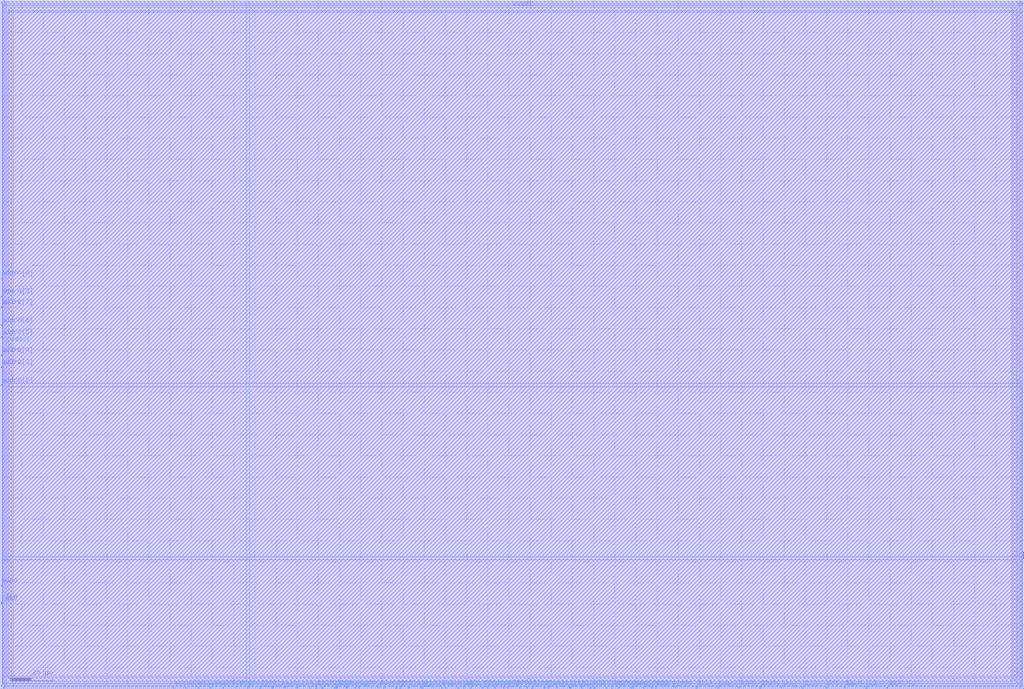
<source format=lef>
VERSION 5.4 ;
NAMESCASESENSITIVE ON ;
BUSBITCHARS "[]" ;
DIVIDERCHAR "/" ;
UNITS
  DATABASE MICRONS 1000 ;
END UNITS
MACRO sky130_sram_2kbyte_1rw_32x512_8
   CLASS BLOCK ;
   SIZE 483.265 BY 325.395 ;
   SYMMETRY X Y R90 ;
   PIN din0[0]
      DIRECTION INPUT ;
      PORT
         LAYER met4 ;
         RECT  116.54 0.0 116.92 0.38 ;
      END
   END din0[0]
   PIN din0[1]
      DIRECTION INPUT ;
      PORT
         LAYER met4 ;
         RECT  122.38 0.0 122.76 0.38 ;
      END
   END din0[1]
   PIN din0[2]
      DIRECTION INPUT ;
      PORT
         LAYER met4 ;
         RECT  128.22 0.0 128.6 0.38 ;
      END
   END din0[2]
   PIN din0[3]
      DIRECTION INPUT ;
      PORT
         LAYER met4 ;
         RECT  134.06 0.0 134.44 0.38 ;
      END
   END din0[3]
   PIN din0[4]
      DIRECTION INPUT ;
      PORT
         LAYER met4 ;
         RECT  139.9 0.0 140.28 0.38 ;
      END
   END din0[4]
   PIN din0[5]
      DIRECTION INPUT ;
      PORT
         LAYER met4 ;
         RECT  145.74 0.0 146.12 0.38 ;
      END
   END din0[5]
   PIN din0[6]
      DIRECTION INPUT ;
      PORT
         LAYER met4 ;
         RECT  151.58 0.0 151.96 0.38 ;
      END
   END din0[6]
   PIN din0[7]
      DIRECTION INPUT ;
      PORT
         LAYER met4 ;
         RECT  157.42 0.0 157.8 0.38 ;
      END
   END din0[7]
   PIN din0[8]
      DIRECTION INPUT ;
      PORT
         LAYER met4 ;
         RECT  163.26 0.0 163.64 0.38 ;
      END
   END din0[8]
   PIN din0[9]
      DIRECTION INPUT ;
      PORT
         LAYER met4 ;
         RECT  169.1 0.0 169.48 0.38 ;
      END
   END din0[9]
   PIN din0[10]
      DIRECTION INPUT ;
      PORT
         LAYER met4 ;
         RECT  174.94 0.0 175.32 0.38 ;
      END
   END din0[10]
   PIN din0[11]
      DIRECTION INPUT ;
      PORT
         LAYER met4 ;
         RECT  180.78 0.0 181.16 0.38 ;
      END
   END din0[11]
   PIN din0[12]
      DIRECTION INPUT ;
      PORT
         LAYER met4 ;
         RECT  186.62 0.0 187.0 0.38 ;
      END
   END din0[12]
   PIN din0[13]
      DIRECTION INPUT ;
      PORT
         LAYER met4 ;
         RECT  192.46 0.0 192.84 0.38 ;
      END
   END din0[13]
   PIN din0[14]
      DIRECTION INPUT ;
      PORT
         LAYER met4 ;
         RECT  198.3 0.0 198.68 0.38 ;
      END
   END din0[14]
   PIN din0[15]
      DIRECTION INPUT ;
      PORT
         LAYER met4 ;
         RECT  204.14 0.0 204.52 0.38 ;
      END
   END din0[15]
   PIN din0[16]
      DIRECTION INPUT ;
      PORT
         LAYER met4 ;
         RECT  209.98 0.0 210.36 0.38 ;
      END
   END din0[16]
   PIN din0[17]
      DIRECTION INPUT ;
      PORT
         LAYER met4 ;
         RECT  215.82 0.0 216.2 0.38 ;
      END
   END din0[17]
   PIN din0[18]
      DIRECTION INPUT ;
      PORT
         LAYER met4 ;
         RECT  221.66 0.0 222.04 0.38 ;
      END
   END din0[18]
   PIN din0[19]
      DIRECTION INPUT ;
      PORT
         LAYER met4 ;
         RECT  227.5 0.0 227.88 0.38 ;
      END
   END din0[19]
   PIN din0[20]
      DIRECTION INPUT ;
      PORT
         LAYER met4 ;
         RECT  233.34 0.0 233.72 0.38 ;
      END
   END din0[20]
   PIN din0[21]
      DIRECTION INPUT ;
      PORT
         LAYER met4 ;
         RECT  239.18 0.0 239.56 0.38 ;
      END
   END din0[21]
   PIN din0[22]
      DIRECTION INPUT ;
      PORT
         LAYER met4 ;
         RECT  245.02 0.0 245.4 0.38 ;
      END
   END din0[22]
   PIN din0[23]
      DIRECTION INPUT ;
      PORT
         LAYER met4 ;
         RECT  250.86 0.0 251.24 0.38 ;
      END
   END din0[23]
   PIN din0[24]
      DIRECTION INPUT ;
      PORT
         LAYER met4 ;
         RECT  256.7 0.0 257.08 0.38 ;
      END
   END din0[24]
   PIN din0[25]
      DIRECTION INPUT ;
      PORT
         LAYER met4 ;
         RECT  262.54 0.0 262.92 0.38 ;
      END
   END din0[25]
   PIN din0[26]
      DIRECTION INPUT ;
      PORT
         LAYER met4 ;
         RECT  268.38 0.0 268.76 0.38 ;
      END
   END din0[26]
   PIN din0[27]
      DIRECTION INPUT ;
      PORT
         LAYER met4 ;
         RECT  274.22 0.0 274.6 0.38 ;
      END
   END din0[27]
   PIN din0[28]
      DIRECTION INPUT ;
      PORT
         LAYER met4 ;
         RECT  280.06 0.0 280.44 0.38 ;
      END
   END din0[28]
   PIN din0[29]
      DIRECTION INPUT ;
      PORT
         LAYER met4 ;
         RECT  285.9 0.0 286.28 0.38 ;
      END
   END din0[29]
   PIN din0[30]
      DIRECTION INPUT ;
      PORT
         LAYER met4 ;
         RECT  291.74 0.0 292.12 0.38 ;
      END
   END din0[30]
   PIN din0[31]
      DIRECTION INPUT ;
      PORT
         LAYER met4 ;
         RECT  297.58 0.0 297.96 0.38 ;
      END
   END din0[31]
   PIN din0[32]
      DIRECTION INPUT ;
      PORT
         LAYER met4 ;
         RECT  303.42 0.0 303.8 0.38 ;
      END
   END din0[32]
   PIN addr0[0]
      DIRECTION INPUT ;
      PORT
         LAYER met4 ;
         RECT  81.5 0.0 81.88 0.38 ;
      END
   END addr0[0]
   PIN addr0[1]
      DIRECTION INPUT ;
      PORT
         LAYER met4 ;
         RECT  87.34 0.0 87.72 0.38 ;
      END
   END addr0[1]
   PIN addr0[2]
      DIRECTION INPUT ;
      PORT
         LAYER met3 ;
         RECT  0.0 143.185 0.38 143.565 ;
      END
   END addr0[2]
   PIN addr0[3]
      DIRECTION INPUT ;
      PORT
         LAYER met3 ;
         RECT  0.0 151.585 0.38 151.965 ;
      END
   END addr0[3]
   PIN addr0[4]
      DIRECTION INPUT ;
      PORT
         LAYER met3 ;
         RECT  0.0 157.37 0.38 157.75 ;
      END
   END addr0[4]
   PIN addr0[5]
      DIRECTION INPUT ;
      PORT
         LAYER met3 ;
         RECT  0.0 165.87 0.38 166.25 ;
      END
   END addr0[5]
   PIN addr0[6]
      DIRECTION INPUT ;
      PORT
         LAYER met3 ;
         RECT  0.0 171.51 0.38 171.89 ;
      END
   END addr0[6]
   PIN addr0[7]
      DIRECTION INPUT ;
      PORT
         LAYER met3 ;
         RECT  0.0 180.01 0.38 180.39 ;
      END
   END addr0[7]
   PIN addr0[8]
      DIRECTION INPUT ;
      PORT
         LAYER met3 ;
         RECT  0.0 185.185 0.38 185.565 ;
      END
   END addr0[8]
   PIN addr0[9]
      DIRECTION INPUT ;
      PORT
         LAYER met3 ;
         RECT  0.0 193.585 0.38 193.965 ;
      END
   END addr0[9]
   PIN csb0
      DIRECTION INPUT ;
      PORT
         LAYER met3 ;
         RECT  0.0 39.89 0.38 40.27 ;
      END
   END csb0
   PIN web0
      DIRECTION INPUT ;
      PORT
         LAYER met3 ;
         RECT  0.0 48.39 0.38 48.77 ;
      END
   END web0
   PIN clk0
      DIRECTION INPUT ;
      PORT
         LAYER met3 ;
         RECT  0.0 40.635 0.38 41.015 ;
      END
   END clk0
   PIN wmask0[0]
      DIRECTION INPUT ;
      PORT
         LAYER met4 ;
         RECT  93.18 0.0 93.56 0.38 ;
      END
   END wmask0[0]
   PIN wmask0[1]
      DIRECTION INPUT ;
      PORT
         LAYER met4 ;
         RECT  99.02 0.0 99.4 0.38 ;
      END
   END wmask0[1]
   PIN wmask0[2]
      DIRECTION INPUT ;
      PORT
         LAYER met4 ;
         RECT  104.86 0.0 105.24 0.38 ;
      END
   END wmask0[2]
   PIN wmask0[3]
      DIRECTION INPUT ;
      PORT
         LAYER met4 ;
         RECT  110.7 0.0 111.08 0.38 ;
      END
   END wmask0[3]
   PIN spare_wen0
      DIRECTION INPUT ;
      PORT
         LAYER met4 ;
         RECT  309.26 0.0 309.64 0.38 ;
      END
   END spare_wen0
   PIN dout0[0]
      DIRECTION OUTPUT ;
      PORT
         LAYER met4 ;
         RECT  148.745 0.0 149.125 0.38 ;
      END
   END dout0[0]
   PIN dout0[1]
      DIRECTION OUTPUT ;
      PORT
         LAYER met4 ;
         RECT  158.49 0.0 158.87 0.38 ;
      END
   END dout0[1]
   PIN dout0[2]
      DIRECTION OUTPUT ;
      PORT
         LAYER met4 ;
         RECT  167.295 0.0 167.675 0.38 ;
      END
   END dout0[2]
   PIN dout0[3]
      DIRECTION OUTPUT ;
      PORT
         LAYER met4 ;
         RECT  178.49 0.0 178.87 0.38 ;
      END
   END dout0[3]
   PIN dout0[4]
      DIRECTION OUTPUT ;
      PORT
         LAYER met4 ;
         RECT  188.49 0.0 188.87 0.38 ;
      END
   END dout0[4]
   PIN dout0[5]
      DIRECTION OUTPUT ;
      PORT
         LAYER met4 ;
         RECT  198.99 0.0 199.37 0.38 ;
      END
   END dout0[5]
   PIN dout0[6]
      DIRECTION OUTPUT ;
      PORT
         LAYER met4 ;
         RECT  208.175 0.0 208.555 0.38 ;
      END
   END dout0[6]
   PIN dout0[7]
      DIRECTION OUTPUT ;
      PORT
         LAYER met4 ;
         RECT  218.49 0.0 218.87 0.38 ;
      END
   END dout0[7]
   PIN dout0[8]
      DIRECTION OUTPUT ;
      PORT
         LAYER met4 ;
         RECT  229.87 0.0 230.25 0.38 ;
      END
   END dout0[8]
   PIN dout0[9]
      DIRECTION OUTPUT ;
      PORT
         LAYER met4 ;
         RECT  237.375 0.0 237.755 0.38 ;
      END
   END dout0[9]
   PIN dout0[10]
      DIRECTION OUTPUT ;
      PORT
         LAYER met4 ;
         RECT  248.49 0.0 248.87 0.38 ;
      END
   END dout0[10]
   PIN dout0[11]
      DIRECTION OUTPUT ;
      PORT
         LAYER met4 ;
         RECT  258.49 0.0 258.87 0.38 ;
      END
   END dout0[11]
   PIN dout0[12]
      DIRECTION OUTPUT ;
      PORT
         LAYER met4 ;
         RECT  269.07 0.0 269.45 0.38 ;
      END
   END dout0[12]
   PIN dout0[13]
      DIRECTION OUTPUT ;
      PORT
         LAYER met4 ;
         RECT  278.255 0.0 278.635 0.38 ;
      END
   END dout0[13]
   PIN dout0[14]
      DIRECTION OUTPUT ;
      PORT
         LAYER met4 ;
         RECT  288.49 0.0 288.87 0.38 ;
      END
   END dout0[14]
   PIN dout0[15]
      DIRECTION OUTPUT ;
      PORT
         LAYER met4 ;
         RECT  298.49 0.0 298.87 0.38 ;
      END
   END dout0[15]
   PIN dout0[16]
      DIRECTION OUTPUT ;
      PORT
         LAYER met4 ;
         RECT  307.225 0.0 307.605 0.38 ;
      END
   END dout0[16]
   PIN dout0[17]
      DIRECTION OUTPUT ;
      PORT
         LAYER met4 ;
         RECT  318.49 0.0 318.87 0.38 ;
      END
   END dout0[17]
   PIN dout0[18]
      DIRECTION OUTPUT ;
      PORT
         LAYER met4 ;
         RECT  328.49 0.0 328.87 0.38 ;
      END
   END dout0[18]
   PIN dout0[19]
      DIRECTION OUTPUT ;
      PORT
         LAYER met4 ;
         RECT  338.49 0.0 338.87 0.38 ;
      END
   END dout0[19]
   PIN dout0[20]
      DIRECTION OUTPUT ;
      PORT
         LAYER met4 ;
         RECT  348.49 0.0 348.87 0.38 ;
      END
   END dout0[20]
   PIN dout0[21]
      DIRECTION OUTPUT ;
      PORT
         LAYER met4 ;
         RECT  358.49 0.0 358.87 0.38 ;
      END
   END dout0[21]
   PIN dout0[22]
      DIRECTION OUTPUT ;
      PORT
         LAYER met4 ;
         RECT  368.49 0.0 368.87 0.38 ;
      END
   END dout0[22]
   PIN dout0[23]
      DIRECTION OUTPUT ;
      PORT
         LAYER met4 ;
         RECT  378.49 0.0 378.87 0.38 ;
      END
   END dout0[23]
   PIN dout0[24]
      DIRECTION OUTPUT ;
      PORT
         LAYER met4 ;
         RECT  389.87 0.0 390.25 0.38 ;
      END
   END dout0[24]
   PIN dout0[25]
      DIRECTION OUTPUT ;
      PORT
         LAYER met4 ;
         RECT  398.49 0.0 398.87 0.38 ;
      END
   END dout0[25]
   PIN dout0[26]
      DIRECTION OUTPUT ;
      PORT
         LAYER met4 ;
         RECT  408.49 0.0 408.87 0.38 ;
      END
   END dout0[26]
   PIN dout0[27]
      DIRECTION OUTPUT ;
      PORT
         LAYER met4 ;
         RECT  418.49 0.0 418.87 0.38 ;
      END
   END dout0[27]
   PIN dout0[28]
      DIRECTION OUTPUT ;
      PORT
         LAYER met3 ;
         RECT  482.885 61.41 483.265 61.79 ;
      END
   END dout0[28]
   PIN dout0[29]
      DIRECTION OUTPUT ;
      PORT
         LAYER met3 ;
         RECT  482.885 62.1 483.265 62.48 ;
      END
   END dout0[29]
   PIN dout0[30]
      DIRECTION OUTPUT ;
      PORT
         LAYER met3 ;
         RECT  482.885 62.79 483.265 63.17 ;
      END
   END dout0[30]
   PIN dout0[31]
      DIRECTION OUTPUT ;
      PORT
         LAYER met3 ;
         RECT  482.885 64.28 483.265 64.66 ;
      END
   END dout0[31]
   PIN dout0[32]
      DIRECTION OUTPUT ;
      PORT
         LAYER met3 ;
         RECT  482.885 63.535 483.265 63.915 ;
      END
   END dout0[32]
   PIN vccd1
      DIRECTION INOUT ;
      USE POWER ; 
      SHAPE ABUTMENT ; 
      PORT
         LAYER met3 ;
         RECT  0.0 323.655 483.265 325.395 ;
         LAYER met4 ;
         RECT  481.525 0.0 483.265 325.395 ;
         LAYER met4 ;
         RECT  0.0 0.0 1.74 325.395 ;
         LAYER met3 ;
         RECT  0.0 0.0 483.265 1.74 ;
      END
   END vccd1
   PIN vssd1
      DIRECTION INOUT ;
      USE GROUND ; 
      SHAPE ABUTMENT ; 
      PORT
         LAYER met4 ;
         RECT  478.045 3.48 479.785 321.915 ;
         LAYER met3 ;
         RECT  3.48 3.48 479.785 5.22 ;
         LAYER met4 ;
         RECT  3.48 3.48 5.22 321.915 ;
         LAYER met3 ;
         RECT  3.48 320.175 479.785 321.915 ;
      END
   END vssd1
   OBS
   LAYER  met1 ;
      RECT  0.62 0.62 482.645 324.775 ;
   LAYER  met2 ;
      RECT  0.62 0.62 482.645 324.775 ;
   LAYER  met3 ;
      RECT  0.98 142.585 482.645 144.165 ;
      RECT  0.62 144.165 0.98 150.985 ;
      RECT  0.62 152.565 0.98 156.77 ;
      RECT  0.62 158.35 0.98 165.27 ;
      RECT  0.62 166.85 0.98 170.91 ;
      RECT  0.62 172.49 0.98 179.41 ;
      RECT  0.62 180.99 0.98 184.585 ;
      RECT  0.62 186.165 0.98 192.985 ;
      RECT  0.62 49.37 0.98 142.585 ;
      RECT  0.62 41.615 0.98 47.79 ;
      RECT  0.98 60.81 482.285 62.39 ;
      RECT  0.98 62.39 482.285 142.585 ;
      RECT  482.285 65.26 482.645 142.585 ;
      RECT  0.62 194.565 0.98 323.055 ;
      RECT  0.62 2.34 0.98 39.29 ;
      RECT  482.285 2.34 482.645 60.81 ;
      RECT  0.98 2.34 2.88 2.88 ;
      RECT  0.98 2.88 2.88 5.82 ;
      RECT  0.98 5.82 2.88 60.81 ;
      RECT  2.88 2.34 480.385 2.88 ;
      RECT  2.88 5.82 480.385 60.81 ;
      RECT  480.385 2.34 482.285 2.88 ;
      RECT  480.385 2.88 482.285 5.82 ;
      RECT  480.385 5.82 482.285 60.81 ;
      RECT  0.98 144.165 2.88 319.575 ;
      RECT  0.98 319.575 2.88 322.515 ;
      RECT  0.98 322.515 2.88 323.055 ;
      RECT  2.88 144.165 480.385 319.575 ;
      RECT  2.88 322.515 480.385 323.055 ;
      RECT  480.385 144.165 482.645 319.575 ;
      RECT  480.385 319.575 482.645 322.515 ;
      RECT  480.385 322.515 482.645 323.055 ;
   LAYER  met4 ;
      RECT  115.94 0.98 117.52 324.775 ;
      RECT  117.52 0.62 121.78 0.98 ;
      RECT  123.36 0.62 127.62 0.98 ;
      RECT  129.2 0.62 133.46 0.98 ;
      RECT  135.04 0.62 139.3 0.98 ;
      RECT  140.88 0.62 145.14 0.98 ;
      RECT  152.56 0.62 156.82 0.98 ;
      RECT  170.08 0.62 174.34 0.98 ;
      RECT  181.76 0.62 186.02 0.98 ;
      RECT  193.44 0.62 197.7 0.98 ;
      RECT  210.96 0.62 215.22 0.98 ;
      RECT  222.64 0.62 226.9 0.98 ;
      RECT  240.16 0.62 244.42 0.98 ;
      RECT  251.84 0.62 256.1 0.98 ;
      RECT  263.52 0.62 267.78 0.98 ;
      RECT  281.04 0.62 285.3 0.98 ;
      RECT  292.72 0.62 296.98 0.98 ;
      RECT  82.48 0.62 86.74 0.98 ;
      RECT  88.32 0.62 92.58 0.98 ;
      RECT  94.16 0.62 98.42 0.98 ;
      RECT  100.0 0.62 104.26 0.98 ;
      RECT  105.84 0.62 110.1 0.98 ;
      RECT  111.68 0.62 115.94 0.98 ;
      RECT  146.72 0.62 148.145 0.98 ;
      RECT  149.725 0.62 150.98 0.98 ;
      RECT  159.47 0.62 162.66 0.98 ;
      RECT  164.24 0.62 166.695 0.98 ;
      RECT  168.275 0.62 168.5 0.98 ;
      RECT  175.92 0.62 177.89 0.98 ;
      RECT  179.47 0.62 180.18 0.98 ;
      RECT  187.6 0.62 187.89 0.98 ;
      RECT  189.47 0.62 191.86 0.98 ;
      RECT  199.97 0.62 203.54 0.98 ;
      RECT  205.12 0.62 207.575 0.98 ;
      RECT  209.155 0.62 209.38 0.98 ;
      RECT  216.8 0.62 217.89 0.98 ;
      RECT  219.47 0.62 221.06 0.98 ;
      RECT  228.48 0.62 229.27 0.98 ;
      RECT  230.85 0.62 232.74 0.98 ;
      RECT  234.32 0.62 236.775 0.98 ;
      RECT  238.355 0.62 238.58 0.98 ;
      RECT  246.0 0.62 247.89 0.98 ;
      RECT  249.47 0.62 250.26 0.98 ;
      RECT  257.68 0.62 257.89 0.98 ;
      RECT  259.47 0.62 261.94 0.98 ;
      RECT  270.05 0.62 273.62 0.98 ;
      RECT  275.2 0.62 277.655 0.98 ;
      RECT  279.235 0.62 279.46 0.98 ;
      RECT  286.88 0.62 287.89 0.98 ;
      RECT  289.47 0.62 291.14 0.98 ;
      RECT  299.47 0.62 302.82 0.98 ;
      RECT  304.4 0.62 306.625 0.98 ;
      RECT  308.205 0.62 308.66 0.98 ;
      RECT  310.24 0.62 317.89 0.98 ;
      RECT  319.47 0.62 327.89 0.98 ;
      RECT  329.47 0.62 337.89 0.98 ;
      RECT  339.47 0.62 347.89 0.98 ;
      RECT  349.47 0.62 357.89 0.98 ;
      RECT  359.47 0.62 367.89 0.98 ;
      RECT  369.47 0.62 377.89 0.98 ;
      RECT  379.47 0.62 389.27 0.98 ;
      RECT  390.85 0.62 397.89 0.98 ;
      RECT  399.47 0.62 407.89 0.98 ;
      RECT  409.47 0.62 417.89 0.98 ;
      RECT  419.47 0.62 480.925 0.98 ;
      RECT  2.34 0.62 80.9 0.98 ;
      RECT  117.52 0.98 477.445 2.88 ;
      RECT  117.52 2.88 477.445 322.515 ;
      RECT  117.52 322.515 477.445 324.775 ;
      RECT  477.445 0.98 480.385 2.88 ;
      RECT  477.445 322.515 480.385 324.775 ;
      RECT  480.385 0.98 480.925 2.88 ;
      RECT  480.385 2.88 480.925 322.515 ;
      RECT  480.385 322.515 480.925 324.775 ;
      RECT  2.34 0.98 2.88 2.88 ;
      RECT  2.34 2.88 2.88 322.515 ;
      RECT  2.34 322.515 2.88 324.775 ;
      RECT  2.88 0.98 5.82 2.88 ;
      RECT  2.88 322.515 5.82 324.775 ;
      RECT  5.82 0.98 115.94 2.88 ;
      RECT  5.82 2.88 115.94 322.515 ;
      RECT  5.82 322.515 115.94 324.775 ;
   END
END    sky130_sram_2kbyte_1rw_32x512_8
END    LIBRARY

</source>
